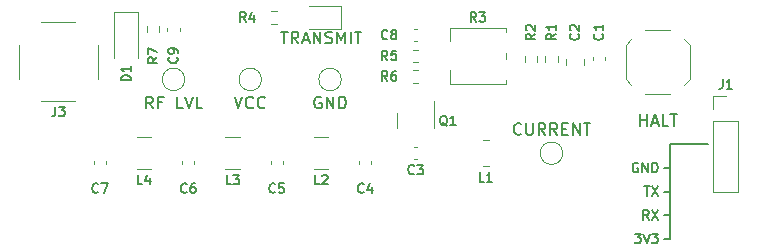
<source format=gbr>
%TF.GenerationSoftware,KiCad,Pcbnew,(6.0.1)*%
%TF.CreationDate,2022-10-10T15:56:49-07:00*%
%TF.ProjectId,WSPR40,57535052-3430-42e6-9b69-6361645f7063,rev?*%
%TF.SameCoordinates,Original*%
%TF.FileFunction,Legend,Top*%
%TF.FilePolarity,Positive*%
%FSLAX46Y46*%
G04 Gerber Fmt 4.6, Leading zero omitted, Abs format (unit mm)*
G04 Created by KiCad (PCBNEW (6.0.1)) date 2022-10-10 15:56:49*
%MOMM*%
%LPD*%
G01*
G04 APERTURE LIST*
%ADD10C,0.150000*%
%ADD11C,0.120000*%
G04 APERTURE END LIST*
D10*
X106750000Y-68250000D02*
X110000000Y-68250000D01*
X106750000Y-70250000D02*
X106750000Y-68250000D01*
X106250000Y-74250000D02*
X106750000Y-74250000D01*
X106250000Y-72250000D02*
X106750000Y-72250000D01*
X106750000Y-70250000D02*
X106250000Y-70250000D01*
X106750000Y-76250000D02*
X106750000Y-70250000D01*
X106250000Y-76250000D02*
X106750000Y-76250000D01*
X104073928Y-69850000D02*
X103997738Y-69811904D01*
X103883452Y-69811904D01*
X103769166Y-69850000D01*
X103692976Y-69926190D01*
X103654880Y-70002380D01*
X103616785Y-70154761D01*
X103616785Y-70269047D01*
X103654880Y-70421428D01*
X103692976Y-70497619D01*
X103769166Y-70573809D01*
X103883452Y-70611904D01*
X103959642Y-70611904D01*
X104073928Y-70573809D01*
X104112023Y-70535714D01*
X104112023Y-70269047D01*
X103959642Y-70269047D01*
X104454880Y-70611904D02*
X104454880Y-69811904D01*
X104912023Y-70611904D01*
X104912023Y-69811904D01*
X105292976Y-70611904D02*
X105292976Y-69811904D01*
X105483452Y-69811904D01*
X105597738Y-69850000D01*
X105673928Y-69926190D01*
X105712023Y-70002380D01*
X105750119Y-70154761D01*
X105750119Y-70269047D01*
X105712023Y-70421428D01*
X105673928Y-70497619D01*
X105597738Y-70573809D01*
X105483452Y-70611904D01*
X105292976Y-70611904D01*
X104988214Y-74611904D02*
X104721547Y-74230952D01*
X104531071Y-74611904D02*
X104531071Y-73811904D01*
X104835833Y-73811904D01*
X104912023Y-73850000D01*
X104950119Y-73888095D01*
X104988214Y-73964285D01*
X104988214Y-74078571D01*
X104950119Y-74154761D01*
X104912023Y-74192857D01*
X104835833Y-74230952D01*
X104531071Y-74230952D01*
X105254880Y-73811904D02*
X105788214Y-74611904D01*
X105788214Y-73811904D02*
X105254880Y-74611904D01*
X63011904Y-65202380D02*
X62678571Y-64726190D01*
X62440476Y-65202380D02*
X62440476Y-64202380D01*
X62821428Y-64202380D01*
X62916666Y-64250000D01*
X62964285Y-64297619D01*
X63011904Y-64392857D01*
X63011904Y-64535714D01*
X62964285Y-64630952D01*
X62916666Y-64678571D01*
X62821428Y-64726190D01*
X62440476Y-64726190D01*
X63773809Y-64678571D02*
X63440476Y-64678571D01*
X63440476Y-65202380D02*
X63440476Y-64202380D01*
X63916666Y-64202380D01*
X65535714Y-65202380D02*
X65059523Y-65202380D01*
X65059523Y-64202380D01*
X65726190Y-64202380D02*
X66059523Y-65202380D01*
X66392857Y-64202380D01*
X67202380Y-65202380D02*
X66726190Y-65202380D01*
X66726190Y-64202380D01*
X104250000Y-66702380D02*
X104250000Y-65702380D01*
X104250000Y-66178571D02*
X104821428Y-66178571D01*
X104821428Y-66702380D02*
X104821428Y-65702380D01*
X105250000Y-66416666D02*
X105726190Y-66416666D01*
X105154761Y-66702380D02*
X105488095Y-65702380D01*
X105821428Y-66702380D01*
X106630952Y-66702380D02*
X106154761Y-66702380D01*
X106154761Y-65702380D01*
X106821428Y-65702380D02*
X107392857Y-65702380D01*
X107107142Y-66702380D02*
X107107142Y-65702380D01*
X104607261Y-71811904D02*
X105064404Y-71811904D01*
X104835833Y-72611904D02*
X104835833Y-71811904D01*
X105254880Y-71811904D02*
X105788214Y-72611904D01*
X105788214Y-71811904D02*
X105254880Y-72611904D01*
X77238095Y-64250000D02*
X77142857Y-64202380D01*
X77000000Y-64202380D01*
X76857142Y-64250000D01*
X76761904Y-64345238D01*
X76714285Y-64440476D01*
X76666666Y-64630952D01*
X76666666Y-64773809D01*
X76714285Y-64964285D01*
X76761904Y-65059523D01*
X76857142Y-65154761D01*
X77000000Y-65202380D01*
X77095238Y-65202380D01*
X77238095Y-65154761D01*
X77285714Y-65107142D01*
X77285714Y-64773809D01*
X77095238Y-64773809D01*
X77714285Y-65202380D02*
X77714285Y-64202380D01*
X78285714Y-65202380D01*
X78285714Y-64202380D01*
X78761904Y-65202380D02*
X78761904Y-64202380D01*
X79000000Y-64202380D01*
X79142857Y-64250000D01*
X79238095Y-64345238D01*
X79285714Y-64440476D01*
X79333333Y-64630952D01*
X79333333Y-64773809D01*
X79285714Y-64964285D01*
X79238095Y-65059523D01*
X79142857Y-65154761D01*
X79000000Y-65202380D01*
X78761904Y-65202380D01*
X69916666Y-64202380D02*
X70250000Y-65202380D01*
X70583333Y-64202380D01*
X71488095Y-65107142D02*
X71440476Y-65154761D01*
X71297619Y-65202380D01*
X71202380Y-65202380D01*
X71059523Y-65154761D01*
X70964285Y-65059523D01*
X70916666Y-64964285D01*
X70869047Y-64773809D01*
X70869047Y-64630952D01*
X70916666Y-64440476D01*
X70964285Y-64345238D01*
X71059523Y-64250000D01*
X71202380Y-64202380D01*
X71297619Y-64202380D01*
X71440476Y-64250000D01*
X71488095Y-64297619D01*
X72488095Y-65107142D02*
X72440476Y-65154761D01*
X72297619Y-65202380D01*
X72202380Y-65202380D01*
X72059523Y-65154761D01*
X71964285Y-65059523D01*
X71916666Y-64964285D01*
X71869047Y-64773809D01*
X71869047Y-64630952D01*
X71916666Y-64440476D01*
X71964285Y-64345238D01*
X72059523Y-64250000D01*
X72202380Y-64202380D01*
X72297619Y-64202380D01*
X72440476Y-64250000D01*
X72488095Y-64297619D01*
X103807261Y-75811904D02*
X104302500Y-75811904D01*
X104035833Y-76116666D01*
X104150119Y-76116666D01*
X104226309Y-76154761D01*
X104264404Y-76192857D01*
X104302500Y-76269047D01*
X104302500Y-76459523D01*
X104264404Y-76535714D01*
X104226309Y-76573809D01*
X104150119Y-76611904D01*
X103921547Y-76611904D01*
X103845357Y-76573809D01*
X103807261Y-76535714D01*
X104531071Y-75811904D02*
X104797738Y-76611904D01*
X105064404Y-75811904D01*
X105254880Y-75811904D02*
X105750119Y-75811904D01*
X105483452Y-76116666D01*
X105597738Y-76116666D01*
X105673928Y-76154761D01*
X105712023Y-76192857D01*
X105750119Y-76269047D01*
X105750119Y-76459523D01*
X105712023Y-76535714D01*
X105673928Y-76573809D01*
X105597738Y-76611904D01*
X105369166Y-76611904D01*
X105292976Y-76573809D01*
X105254880Y-76535714D01*
X94178571Y-67357142D02*
X94130952Y-67404761D01*
X93988095Y-67452380D01*
X93892857Y-67452380D01*
X93750000Y-67404761D01*
X93654761Y-67309523D01*
X93607142Y-67214285D01*
X93559523Y-67023809D01*
X93559523Y-66880952D01*
X93607142Y-66690476D01*
X93654761Y-66595238D01*
X93750000Y-66500000D01*
X93892857Y-66452380D01*
X93988095Y-66452380D01*
X94130952Y-66500000D01*
X94178571Y-66547619D01*
X94607142Y-66452380D02*
X94607142Y-67261904D01*
X94654761Y-67357142D01*
X94702380Y-67404761D01*
X94797619Y-67452380D01*
X94988095Y-67452380D01*
X95083333Y-67404761D01*
X95130952Y-67357142D01*
X95178571Y-67261904D01*
X95178571Y-66452380D01*
X96226190Y-67452380D02*
X95892857Y-66976190D01*
X95654761Y-67452380D02*
X95654761Y-66452380D01*
X96035714Y-66452380D01*
X96130952Y-66500000D01*
X96178571Y-66547619D01*
X96226190Y-66642857D01*
X96226190Y-66785714D01*
X96178571Y-66880952D01*
X96130952Y-66928571D01*
X96035714Y-66976190D01*
X95654761Y-66976190D01*
X97226190Y-67452380D02*
X96892857Y-66976190D01*
X96654761Y-67452380D02*
X96654761Y-66452380D01*
X97035714Y-66452380D01*
X97130952Y-66500000D01*
X97178571Y-66547619D01*
X97226190Y-66642857D01*
X97226190Y-66785714D01*
X97178571Y-66880952D01*
X97130952Y-66928571D01*
X97035714Y-66976190D01*
X96654761Y-66976190D01*
X97654761Y-66928571D02*
X97988095Y-66928571D01*
X98130952Y-67452380D02*
X97654761Y-67452380D01*
X97654761Y-66452380D01*
X98130952Y-66452380D01*
X98559523Y-67452380D02*
X98559523Y-66452380D01*
X99130952Y-67452380D01*
X99130952Y-66452380D01*
X99464285Y-66452380D02*
X100035714Y-66452380D01*
X99750000Y-67452380D02*
X99750000Y-66452380D01*
X73845238Y-58702380D02*
X74416666Y-58702380D01*
X74130952Y-59702380D02*
X74130952Y-58702380D01*
X75321428Y-59702380D02*
X74988095Y-59226190D01*
X74750000Y-59702380D02*
X74750000Y-58702380D01*
X75130952Y-58702380D01*
X75226190Y-58750000D01*
X75273809Y-58797619D01*
X75321428Y-58892857D01*
X75321428Y-59035714D01*
X75273809Y-59130952D01*
X75226190Y-59178571D01*
X75130952Y-59226190D01*
X74750000Y-59226190D01*
X75702380Y-59416666D02*
X76178571Y-59416666D01*
X75607142Y-59702380D02*
X75940476Y-58702380D01*
X76273809Y-59702380D01*
X76607142Y-59702380D02*
X76607142Y-58702380D01*
X77178571Y-59702380D01*
X77178571Y-58702380D01*
X77607142Y-59654761D02*
X77750000Y-59702380D01*
X77988095Y-59702380D01*
X78083333Y-59654761D01*
X78130952Y-59607142D01*
X78178571Y-59511904D01*
X78178571Y-59416666D01*
X78130952Y-59321428D01*
X78083333Y-59273809D01*
X77988095Y-59226190D01*
X77797619Y-59178571D01*
X77702380Y-59130952D01*
X77654761Y-59083333D01*
X77607142Y-58988095D01*
X77607142Y-58892857D01*
X77654761Y-58797619D01*
X77702380Y-58750000D01*
X77797619Y-58702380D01*
X78035714Y-58702380D01*
X78178571Y-58750000D01*
X78607142Y-59702380D02*
X78607142Y-58702380D01*
X78940476Y-59416666D01*
X79273809Y-58702380D01*
X79273809Y-59702380D01*
X79750000Y-59702380D02*
X79750000Y-58702380D01*
X80083333Y-58702380D02*
X80654761Y-58702380D01*
X80369047Y-59702380D02*
X80369047Y-58702380D01*
%TO.C,L4*%
X62116666Y-71641904D02*
X61735714Y-71641904D01*
X61735714Y-70841904D01*
X62726190Y-71108571D02*
X62726190Y-71641904D01*
X62535714Y-70803809D02*
X62345238Y-71375238D01*
X62840476Y-71375238D01*
%TO.C,L3*%
X69616666Y-71641904D02*
X69235714Y-71641904D01*
X69235714Y-70841904D01*
X69807142Y-70841904D02*
X70302380Y-70841904D01*
X70035714Y-71146666D01*
X70150000Y-71146666D01*
X70226190Y-71184761D01*
X70264285Y-71222857D01*
X70302380Y-71299047D01*
X70302380Y-71489523D01*
X70264285Y-71565714D01*
X70226190Y-71603809D01*
X70150000Y-71641904D01*
X69921428Y-71641904D01*
X69845238Y-71603809D01*
X69807142Y-71565714D01*
%TO.C,L2*%
X77116666Y-71641904D02*
X76735714Y-71641904D01*
X76735714Y-70841904D01*
X77345238Y-70918095D02*
X77383333Y-70880000D01*
X77459523Y-70841904D01*
X77650000Y-70841904D01*
X77726190Y-70880000D01*
X77764285Y-70918095D01*
X77802380Y-70994285D01*
X77802380Y-71070476D01*
X77764285Y-71184761D01*
X77307142Y-71641904D01*
X77802380Y-71641904D01*
%TO.C,L1*%
X91041666Y-71411904D02*
X90660714Y-71411904D01*
X90660714Y-70611904D01*
X91727380Y-71411904D02*
X91270238Y-71411904D01*
X91498809Y-71411904D02*
X91498809Y-70611904D01*
X91422619Y-70726190D01*
X91346428Y-70802380D01*
X91270238Y-70840476D01*
%TO.C,J1*%
X111233333Y-62751904D02*
X111233333Y-63323333D01*
X111195238Y-63437619D01*
X111119047Y-63513809D01*
X111004761Y-63551904D01*
X110928571Y-63551904D01*
X112033333Y-63551904D02*
X111576190Y-63551904D01*
X111804761Y-63551904D02*
X111804761Y-62751904D01*
X111728571Y-62866190D01*
X111652380Y-62942380D01*
X111576190Y-62980476D01*
%TO.C,C9*%
X65035714Y-60883333D02*
X65073809Y-60921428D01*
X65111904Y-61035714D01*
X65111904Y-61111904D01*
X65073809Y-61226190D01*
X64997619Y-61302380D01*
X64921428Y-61340476D01*
X64769047Y-61378571D01*
X64654761Y-61378571D01*
X64502380Y-61340476D01*
X64426190Y-61302380D01*
X64350000Y-61226190D01*
X64311904Y-61111904D01*
X64311904Y-61035714D01*
X64350000Y-60921428D01*
X64388095Y-60883333D01*
X65111904Y-60502380D02*
X65111904Y-60350000D01*
X65073809Y-60273809D01*
X65035714Y-60235714D01*
X64921428Y-60159523D01*
X64769047Y-60121428D01*
X64464285Y-60121428D01*
X64388095Y-60159523D01*
X64350000Y-60197619D01*
X64311904Y-60273809D01*
X64311904Y-60426190D01*
X64350000Y-60502380D01*
X64388095Y-60540476D01*
X64464285Y-60578571D01*
X64654761Y-60578571D01*
X64730952Y-60540476D01*
X64769047Y-60502380D01*
X64807142Y-60426190D01*
X64807142Y-60273809D01*
X64769047Y-60197619D01*
X64730952Y-60159523D01*
X64654761Y-60121428D01*
%TO.C,C6*%
X65866666Y-72285714D02*
X65828571Y-72323809D01*
X65714285Y-72361904D01*
X65638095Y-72361904D01*
X65523809Y-72323809D01*
X65447619Y-72247619D01*
X65409523Y-72171428D01*
X65371428Y-72019047D01*
X65371428Y-71904761D01*
X65409523Y-71752380D01*
X65447619Y-71676190D01*
X65523809Y-71600000D01*
X65638095Y-71561904D01*
X65714285Y-71561904D01*
X65828571Y-71600000D01*
X65866666Y-71638095D01*
X66552380Y-71561904D02*
X66400000Y-71561904D01*
X66323809Y-71600000D01*
X66285714Y-71638095D01*
X66209523Y-71752380D01*
X66171428Y-71904761D01*
X66171428Y-72209523D01*
X66209523Y-72285714D01*
X66247619Y-72323809D01*
X66323809Y-72361904D01*
X66476190Y-72361904D01*
X66552380Y-72323809D01*
X66590476Y-72285714D01*
X66628571Y-72209523D01*
X66628571Y-72019047D01*
X66590476Y-71942857D01*
X66552380Y-71904761D01*
X66476190Y-71866666D01*
X66323809Y-71866666D01*
X66247619Y-71904761D01*
X66209523Y-71942857D01*
X66171428Y-72019047D01*
%TO.C,C5*%
X73366666Y-72285714D02*
X73328571Y-72323809D01*
X73214285Y-72361904D01*
X73138095Y-72361904D01*
X73023809Y-72323809D01*
X72947619Y-72247619D01*
X72909523Y-72171428D01*
X72871428Y-72019047D01*
X72871428Y-71904761D01*
X72909523Y-71752380D01*
X72947619Y-71676190D01*
X73023809Y-71600000D01*
X73138095Y-71561904D01*
X73214285Y-71561904D01*
X73328571Y-71600000D01*
X73366666Y-71638095D01*
X74090476Y-71561904D02*
X73709523Y-71561904D01*
X73671428Y-71942857D01*
X73709523Y-71904761D01*
X73785714Y-71866666D01*
X73976190Y-71866666D01*
X74052380Y-71904761D01*
X74090476Y-71942857D01*
X74128571Y-72019047D01*
X74128571Y-72209523D01*
X74090476Y-72285714D01*
X74052380Y-72323809D01*
X73976190Y-72361904D01*
X73785714Y-72361904D01*
X73709523Y-72323809D01*
X73671428Y-72285714D01*
%TO.C,C4*%
X80866666Y-72285714D02*
X80828571Y-72323809D01*
X80714285Y-72361904D01*
X80638095Y-72361904D01*
X80523809Y-72323809D01*
X80447619Y-72247619D01*
X80409523Y-72171428D01*
X80371428Y-72019047D01*
X80371428Y-71904761D01*
X80409523Y-71752380D01*
X80447619Y-71676190D01*
X80523809Y-71600000D01*
X80638095Y-71561904D01*
X80714285Y-71561904D01*
X80828571Y-71600000D01*
X80866666Y-71638095D01*
X81552380Y-71828571D02*
X81552380Y-72361904D01*
X81361904Y-71523809D02*
X81171428Y-72095238D01*
X81666666Y-72095238D01*
%TO.C,C3*%
X85116666Y-70715714D02*
X85078571Y-70753809D01*
X84964285Y-70791904D01*
X84888095Y-70791904D01*
X84773809Y-70753809D01*
X84697619Y-70677619D01*
X84659523Y-70601428D01*
X84621428Y-70449047D01*
X84621428Y-70334761D01*
X84659523Y-70182380D01*
X84697619Y-70106190D01*
X84773809Y-70030000D01*
X84888095Y-69991904D01*
X84964285Y-69991904D01*
X85078571Y-70030000D01*
X85116666Y-70068095D01*
X85383333Y-69991904D02*
X85878571Y-69991904D01*
X85611904Y-70296666D01*
X85726190Y-70296666D01*
X85802380Y-70334761D01*
X85840476Y-70372857D01*
X85878571Y-70449047D01*
X85878571Y-70639523D01*
X85840476Y-70715714D01*
X85802380Y-70753809D01*
X85726190Y-70791904D01*
X85497619Y-70791904D01*
X85421428Y-70753809D01*
X85383333Y-70715714D01*
%TO.C,R2*%
X95361904Y-58883333D02*
X94980952Y-59150000D01*
X95361904Y-59340476D02*
X94561904Y-59340476D01*
X94561904Y-59035714D01*
X94600000Y-58959523D01*
X94638095Y-58921428D01*
X94714285Y-58883333D01*
X94828571Y-58883333D01*
X94904761Y-58921428D01*
X94942857Y-58959523D01*
X94980952Y-59035714D01*
X94980952Y-59340476D01*
X94638095Y-58578571D02*
X94600000Y-58540476D01*
X94561904Y-58464285D01*
X94561904Y-58273809D01*
X94600000Y-58197619D01*
X94638095Y-58159523D01*
X94714285Y-58121428D01*
X94790476Y-58121428D01*
X94904761Y-58159523D01*
X95361904Y-58616666D01*
X95361904Y-58121428D01*
%TO.C,C1*%
X101035714Y-58883333D02*
X101073809Y-58921428D01*
X101111904Y-59035714D01*
X101111904Y-59111904D01*
X101073809Y-59226190D01*
X100997619Y-59302380D01*
X100921428Y-59340476D01*
X100769047Y-59378571D01*
X100654761Y-59378571D01*
X100502380Y-59340476D01*
X100426190Y-59302380D01*
X100350000Y-59226190D01*
X100311904Y-59111904D01*
X100311904Y-59035714D01*
X100350000Y-58921428D01*
X100388095Y-58883333D01*
X101111904Y-58121428D02*
X101111904Y-58578571D01*
X101111904Y-58350000D02*
X100311904Y-58350000D01*
X100426190Y-58426190D01*
X100502380Y-58502380D01*
X100540476Y-58578571D01*
%TO.C,C7*%
X58366666Y-72285714D02*
X58328571Y-72323809D01*
X58214285Y-72361904D01*
X58138095Y-72361904D01*
X58023809Y-72323809D01*
X57947619Y-72247619D01*
X57909523Y-72171428D01*
X57871428Y-72019047D01*
X57871428Y-71904761D01*
X57909523Y-71752380D01*
X57947619Y-71676190D01*
X58023809Y-71600000D01*
X58138095Y-71561904D01*
X58214285Y-71561904D01*
X58328571Y-71600000D01*
X58366666Y-71638095D01*
X58633333Y-71561904D02*
X59166666Y-71561904D01*
X58823809Y-72361904D01*
%TO.C,R6*%
X82866666Y-62861904D02*
X82600000Y-62480952D01*
X82409523Y-62861904D02*
X82409523Y-62061904D01*
X82714285Y-62061904D01*
X82790476Y-62100000D01*
X82828571Y-62138095D01*
X82866666Y-62214285D01*
X82866666Y-62328571D01*
X82828571Y-62404761D01*
X82790476Y-62442857D01*
X82714285Y-62480952D01*
X82409523Y-62480952D01*
X83552380Y-62061904D02*
X83400000Y-62061904D01*
X83323809Y-62100000D01*
X83285714Y-62138095D01*
X83209523Y-62252380D01*
X83171428Y-62404761D01*
X83171428Y-62709523D01*
X83209523Y-62785714D01*
X83247619Y-62823809D01*
X83323809Y-62861904D01*
X83476190Y-62861904D01*
X83552380Y-62823809D01*
X83590476Y-62785714D01*
X83628571Y-62709523D01*
X83628571Y-62519047D01*
X83590476Y-62442857D01*
X83552380Y-62404761D01*
X83476190Y-62366666D01*
X83323809Y-62366666D01*
X83247619Y-62404761D01*
X83209523Y-62442857D01*
X83171428Y-62519047D01*
%TO.C,J3*%
X54733333Y-65061904D02*
X54733333Y-65633333D01*
X54695238Y-65747619D01*
X54619047Y-65823809D01*
X54504761Y-65861904D01*
X54428571Y-65861904D01*
X55038095Y-65061904D02*
X55533333Y-65061904D01*
X55266666Y-65366666D01*
X55380952Y-65366666D01*
X55457142Y-65404761D01*
X55495238Y-65442857D01*
X55533333Y-65519047D01*
X55533333Y-65709523D01*
X55495238Y-65785714D01*
X55457142Y-65823809D01*
X55380952Y-65861904D01*
X55152380Y-65861904D01*
X55076190Y-65823809D01*
X55038095Y-65785714D01*
%TO.C,R1*%
X97111904Y-58883333D02*
X96730952Y-59150000D01*
X97111904Y-59340476D02*
X96311904Y-59340476D01*
X96311904Y-59035714D01*
X96350000Y-58959523D01*
X96388095Y-58921428D01*
X96464285Y-58883333D01*
X96578571Y-58883333D01*
X96654761Y-58921428D01*
X96692857Y-58959523D01*
X96730952Y-59035714D01*
X96730952Y-59340476D01*
X97111904Y-58121428D02*
X97111904Y-58578571D01*
X97111904Y-58350000D02*
X96311904Y-58350000D01*
X96426190Y-58426190D01*
X96502380Y-58502380D01*
X96540476Y-58578571D01*
%TO.C,Q1*%
X87923809Y-66688095D02*
X87847619Y-66650000D01*
X87771428Y-66573809D01*
X87657142Y-66459523D01*
X87580952Y-66421428D01*
X87504761Y-66421428D01*
X87542857Y-66611904D02*
X87466666Y-66573809D01*
X87390476Y-66497619D01*
X87352380Y-66345238D01*
X87352380Y-66078571D01*
X87390476Y-65926190D01*
X87466666Y-65850000D01*
X87542857Y-65811904D01*
X87695238Y-65811904D01*
X87771428Y-65850000D01*
X87847619Y-65926190D01*
X87885714Y-66078571D01*
X87885714Y-66345238D01*
X87847619Y-66497619D01*
X87771428Y-66573809D01*
X87695238Y-66611904D01*
X87542857Y-66611904D01*
X88647619Y-66611904D02*
X88190476Y-66611904D01*
X88419047Y-66611904D02*
X88419047Y-65811904D01*
X88342857Y-65926190D01*
X88266666Y-66002380D01*
X88190476Y-66040476D01*
%TO.C,D1*%
X61111904Y-62840476D02*
X60311904Y-62840476D01*
X60311904Y-62650000D01*
X60350000Y-62535714D01*
X60426190Y-62459523D01*
X60502380Y-62421428D01*
X60654761Y-62383333D01*
X60769047Y-62383333D01*
X60921428Y-62421428D01*
X60997619Y-62459523D01*
X61073809Y-62535714D01*
X61111904Y-62650000D01*
X61111904Y-62840476D01*
X61111904Y-61621428D02*
X61111904Y-62078571D01*
X61111904Y-61850000D02*
X60311904Y-61850000D01*
X60426190Y-61926190D01*
X60502380Y-62002380D01*
X60540476Y-62078571D01*
%TO.C,C8*%
X82866666Y-59285714D02*
X82828571Y-59323809D01*
X82714285Y-59361904D01*
X82638095Y-59361904D01*
X82523809Y-59323809D01*
X82447619Y-59247619D01*
X82409523Y-59171428D01*
X82371428Y-59019047D01*
X82371428Y-58904761D01*
X82409523Y-58752380D01*
X82447619Y-58676190D01*
X82523809Y-58600000D01*
X82638095Y-58561904D01*
X82714285Y-58561904D01*
X82828571Y-58600000D01*
X82866666Y-58638095D01*
X83323809Y-58904761D02*
X83247619Y-58866666D01*
X83209523Y-58828571D01*
X83171428Y-58752380D01*
X83171428Y-58714285D01*
X83209523Y-58638095D01*
X83247619Y-58600000D01*
X83323809Y-58561904D01*
X83476190Y-58561904D01*
X83552380Y-58600000D01*
X83590476Y-58638095D01*
X83628571Y-58714285D01*
X83628571Y-58752380D01*
X83590476Y-58828571D01*
X83552380Y-58866666D01*
X83476190Y-58904761D01*
X83323809Y-58904761D01*
X83247619Y-58942857D01*
X83209523Y-58980952D01*
X83171428Y-59057142D01*
X83171428Y-59209523D01*
X83209523Y-59285714D01*
X83247619Y-59323809D01*
X83323809Y-59361904D01*
X83476190Y-59361904D01*
X83552380Y-59323809D01*
X83590476Y-59285714D01*
X83628571Y-59209523D01*
X83628571Y-59057142D01*
X83590476Y-58980952D01*
X83552380Y-58942857D01*
X83476190Y-58904761D01*
%TO.C,R7*%
X63361904Y-60883333D02*
X62980952Y-61150000D01*
X63361904Y-61340476D02*
X62561904Y-61340476D01*
X62561904Y-61035714D01*
X62600000Y-60959523D01*
X62638095Y-60921428D01*
X62714285Y-60883333D01*
X62828571Y-60883333D01*
X62904761Y-60921428D01*
X62942857Y-60959523D01*
X62980952Y-61035714D01*
X62980952Y-61340476D01*
X62561904Y-60616666D02*
X62561904Y-60083333D01*
X63361904Y-60426190D01*
%TO.C,R3*%
X90366666Y-57861904D02*
X90100000Y-57480952D01*
X89909523Y-57861904D02*
X89909523Y-57061904D01*
X90214285Y-57061904D01*
X90290476Y-57100000D01*
X90328571Y-57138095D01*
X90366666Y-57214285D01*
X90366666Y-57328571D01*
X90328571Y-57404761D01*
X90290476Y-57442857D01*
X90214285Y-57480952D01*
X89909523Y-57480952D01*
X90633333Y-57061904D02*
X91128571Y-57061904D01*
X90861904Y-57366666D01*
X90976190Y-57366666D01*
X91052380Y-57404761D01*
X91090476Y-57442857D01*
X91128571Y-57519047D01*
X91128571Y-57709523D01*
X91090476Y-57785714D01*
X91052380Y-57823809D01*
X90976190Y-57861904D01*
X90747619Y-57861904D01*
X90671428Y-57823809D01*
X90633333Y-57785714D01*
%TO.C,R5*%
X82866666Y-61111904D02*
X82600000Y-60730952D01*
X82409523Y-61111904D02*
X82409523Y-60311904D01*
X82714285Y-60311904D01*
X82790476Y-60350000D01*
X82828571Y-60388095D01*
X82866666Y-60464285D01*
X82866666Y-60578571D01*
X82828571Y-60654761D01*
X82790476Y-60692857D01*
X82714285Y-60730952D01*
X82409523Y-60730952D01*
X83590476Y-60311904D02*
X83209523Y-60311904D01*
X83171428Y-60692857D01*
X83209523Y-60654761D01*
X83285714Y-60616666D01*
X83476190Y-60616666D01*
X83552380Y-60654761D01*
X83590476Y-60692857D01*
X83628571Y-60769047D01*
X83628571Y-60959523D01*
X83590476Y-61035714D01*
X83552380Y-61073809D01*
X83476190Y-61111904D01*
X83285714Y-61111904D01*
X83209523Y-61073809D01*
X83171428Y-61035714D01*
%TO.C,R4*%
X70866666Y-57861904D02*
X70600000Y-57480952D01*
X70409523Y-57861904D02*
X70409523Y-57061904D01*
X70714285Y-57061904D01*
X70790476Y-57100000D01*
X70828571Y-57138095D01*
X70866666Y-57214285D01*
X70866666Y-57328571D01*
X70828571Y-57404761D01*
X70790476Y-57442857D01*
X70714285Y-57480952D01*
X70409523Y-57480952D01*
X71552380Y-57328571D02*
X71552380Y-57861904D01*
X71361904Y-57023809D02*
X71171428Y-57595238D01*
X71666666Y-57595238D01*
%TO.C,C2*%
X99035714Y-58883333D02*
X99073809Y-58921428D01*
X99111904Y-59035714D01*
X99111904Y-59111904D01*
X99073809Y-59226190D01*
X98997619Y-59302380D01*
X98921428Y-59340476D01*
X98769047Y-59378571D01*
X98654761Y-59378571D01*
X98502380Y-59340476D01*
X98426190Y-59302380D01*
X98350000Y-59226190D01*
X98311904Y-59111904D01*
X98311904Y-59035714D01*
X98350000Y-58921428D01*
X98388095Y-58883333D01*
X98388095Y-58578571D02*
X98350000Y-58540476D01*
X98311904Y-58464285D01*
X98311904Y-58273809D01*
X98350000Y-58197619D01*
X98388095Y-58159523D01*
X98464285Y-58121428D01*
X98540476Y-58121428D01*
X98654761Y-58159523D01*
X99111904Y-58616666D01*
X99111904Y-58121428D01*
D11*
%TO.C,L4*%
X62852064Y-67640000D02*
X61647936Y-67640000D01*
X62852064Y-70360000D02*
X61647936Y-70360000D01*
%TO.C,L3*%
X70352064Y-70360000D02*
X69147936Y-70360000D01*
X70352064Y-67640000D02*
X69147936Y-67640000D01*
%TO.C,L2*%
X77852064Y-67640000D02*
X76647936Y-67640000D01*
X77852064Y-70360000D02*
X76647936Y-70360000D01*
%TO.C,L1*%
X91436252Y-67890000D02*
X90913748Y-67890000D01*
X91436252Y-70110000D02*
X90913748Y-70110000D01*
%TO.C,J1*%
X112560000Y-66250000D02*
X112560000Y-72310000D01*
X110440000Y-66250000D02*
X112560000Y-66250000D01*
X110440000Y-64190000D02*
X111500000Y-64190000D01*
X110440000Y-72310000D02*
X112560000Y-72310000D01*
X110440000Y-65250000D02*
X110440000Y-64190000D01*
X110440000Y-66250000D02*
X110440000Y-72310000D01*
%TO.C,C9*%
X65260000Y-58640580D02*
X65260000Y-58359420D01*
X64240000Y-58640580D02*
X64240000Y-58359420D01*
%TO.C,C6*%
X66510000Y-69634420D02*
X66510000Y-69915580D01*
X65490000Y-69634420D02*
X65490000Y-69915580D01*
%TO.C,C5*%
X74010000Y-69634420D02*
X74010000Y-69915580D01*
X72990000Y-69634420D02*
X72990000Y-69915580D01*
%TO.C,C4*%
X81510000Y-69634420D02*
X81510000Y-69915580D01*
X80490000Y-69634420D02*
X80490000Y-69915580D01*
%TO.C,C3*%
X85390580Y-69510000D02*
X85109420Y-69510000D01*
X85390580Y-68490000D02*
X85109420Y-68490000D01*
%TO.C,R2*%
X95522500Y-61237258D02*
X95522500Y-60762742D01*
X94477500Y-61237258D02*
X94477500Y-60762742D01*
%TO.C,C1*%
X100240000Y-60859420D02*
X100240000Y-61140580D01*
X101260000Y-60859420D02*
X101260000Y-61140580D01*
%TO.C,C7*%
X59010000Y-69634420D02*
X59010000Y-69915580D01*
X57990000Y-69634420D02*
X57990000Y-69915580D01*
%TO.C,R6*%
X85012742Y-63022500D02*
X85487258Y-63022500D01*
X85012742Y-61977500D02*
X85487258Y-61977500D01*
%TO.C,TP2*%
X97700000Y-69000000D02*
G75*
G03*
X97700000Y-69000000I-950000J0D01*
G01*
%TO.C,J3*%
X58355000Y-59800000D02*
X58355000Y-62700000D01*
X51645000Y-59800000D02*
X51645000Y-62700000D01*
X56450000Y-64605000D02*
X53550000Y-64605000D01*
X56450000Y-57895000D02*
X53550000Y-57895000D01*
%TO.C,TP1*%
X72200000Y-62750000D02*
G75*
G03*
X72200000Y-62750000I-950000J0D01*
G01*
%TO.C,R1*%
X96227500Y-60762742D02*
X96227500Y-61237258D01*
X97272500Y-60762742D02*
X97272500Y-61237258D01*
%TO.C,Q1*%
X86810000Y-66250000D02*
X86810000Y-66900000D01*
X86810000Y-66250000D02*
X86810000Y-64575000D01*
X83690000Y-66250000D02*
X83690000Y-65600000D01*
X83690000Y-66250000D02*
X83690000Y-66900000D01*
%TO.C,TP4*%
X78950000Y-62750000D02*
G75*
G03*
X78950000Y-62750000I-950000J0D01*
G01*
%TO.C,D1*%
X61750000Y-57050000D02*
X59750000Y-57050000D01*
X59750000Y-57050000D02*
X59750000Y-60900000D01*
X61750000Y-57050000D02*
X61750000Y-60900000D01*
%TO.C,C8*%
X85390580Y-58490000D02*
X85109420Y-58490000D01*
X85390580Y-59510000D02*
X85109420Y-59510000D01*
%TO.C,R7*%
X63522500Y-58262742D02*
X63522500Y-58737258D01*
X62477500Y-58262742D02*
X62477500Y-58737258D01*
%TO.C,R3*%
X92870000Y-58380000D02*
X88130000Y-58380000D01*
X88130000Y-61990000D02*
X88130000Y-63120000D01*
X92870000Y-62790000D02*
X92870000Y-63120000D01*
X92870000Y-60491000D02*
X92870000Y-61010000D01*
X92870000Y-58380000D02*
X92870000Y-58711000D01*
X92870000Y-63120000D02*
X88130000Y-63120000D01*
X88130000Y-58380000D02*
X88130000Y-59510000D01*
%TO.C,TP3*%
X65700000Y-62750000D02*
G75*
G03*
X65700000Y-62750000I-950000J0D01*
G01*
%TO.C,LED1*%
X78935000Y-58460000D02*
X78935000Y-56540000D01*
X76250000Y-58460000D02*
X78935000Y-58460000D01*
X78935000Y-56540000D02*
X76250000Y-56540000D01*
%TO.C,R5*%
X85487258Y-60227500D02*
X85012742Y-60227500D01*
X85487258Y-61272500D02*
X85012742Y-61272500D01*
%TO.C,R4*%
X73487258Y-56977500D02*
X73012742Y-56977500D01*
X73487258Y-58022500D02*
X73012742Y-58022500D01*
%TO.C,C2*%
X98015000Y-60988748D02*
X98015000Y-61511252D01*
X99485000Y-60988748D02*
X99485000Y-61511252D01*
%TO.C,SW1*%
X103030000Y-59800000D02*
X103520000Y-59310000D01*
X103030000Y-62700000D02*
X103520000Y-63190000D01*
X108470000Y-59800000D02*
X107980000Y-59310000D01*
X106790000Y-63970000D02*
X104710000Y-63970000D01*
X106790000Y-58530000D02*
X104710000Y-58530000D01*
X108470000Y-62700000D02*
X108470000Y-59800000D01*
X103030000Y-62700000D02*
X103030000Y-59800000D01*
X108470000Y-62700000D02*
X107980000Y-63190000D01*
%TD*%
M02*

</source>
